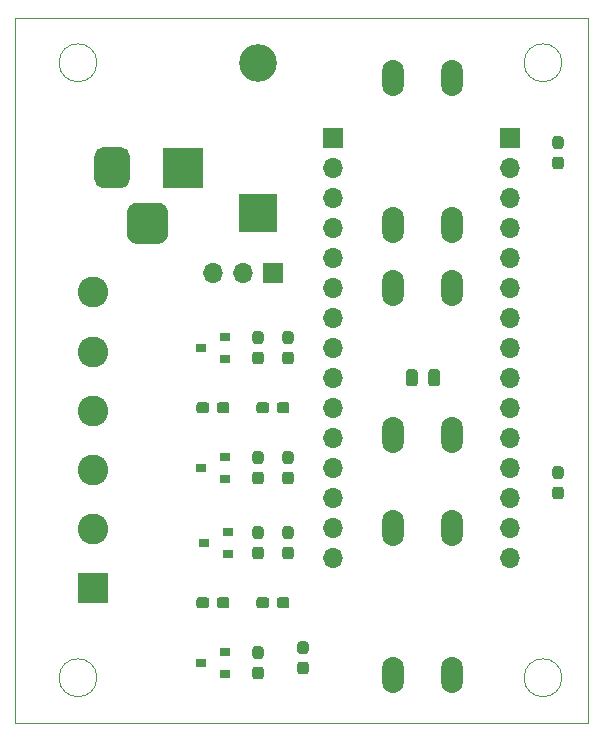
<source format=gbr>
G04 #@! TF.GenerationSoftware,KiCad,Pcbnew,5.1.9-73d0e3b20d~88~ubuntu20.04.1*
G04 #@! TF.CreationDate,2021-01-07T10:05:18+03:00*
G04 #@! TF.ProjectId,RGBschildSOT223,52474273-6368-4696-9c64-534f54323233,rev?*
G04 #@! TF.SameCoordinates,Original*
G04 #@! TF.FileFunction,Soldermask,Top*
G04 #@! TF.FilePolarity,Negative*
%FSLAX46Y46*%
G04 Gerber Fmt 4.6, Leading zero omitted, Abs format (unit mm)*
G04 Created by KiCad (PCBNEW 5.1.9-73d0e3b20d~88~ubuntu20.04.1) date 2021-01-07 10:05:18*
%MOMM*%
%LPD*%
G01*
G04 APERTURE LIST*
G04 #@! TA.AperFunction,Profile*
%ADD10C,0.100000*%
G04 #@! TD*
%ADD11O,3.200000X3.200000*%
%ADD12R,3.200000X3.200000*%
%ADD13O,1.850000X3.048000*%
%ADD14O,1.700000X1.700000*%
%ADD15R,1.700000X1.700000*%
%ADD16R,0.900000X0.800000*%
%ADD17C,2.600000*%
%ADD18R,2.600000X2.600000*%
%ADD19R,3.500000X3.500000*%
G04 APERTURE END LIST*
D10*
X159080000Y-116840000D02*
G75*
G03*
X159080000Y-116840000I-1600000J0D01*
G01*
X119710000Y-116840000D02*
G75*
G03*
X119710000Y-116840000I-1600000J0D01*
G01*
X159080000Y-64770000D02*
G75*
G03*
X159080000Y-64770000I-1600000J0D01*
G01*
X119710000Y-64770000D02*
G75*
G03*
X119710000Y-64770000I-1600000J0D01*
G01*
X112776000Y-60960000D02*
X161290000Y-60960000D01*
X112776000Y-60960000D02*
X112776000Y-120650000D01*
X161290000Y-120650000D02*
X161290000Y-60960000D01*
X112776000Y-120650000D02*
X161290000Y-120650000D01*
G04 #@! TO.C,R14*
G36*
G01*
X158512500Y-100655000D02*
X158987500Y-100655000D01*
G75*
G02*
X159225000Y-100892500I0J-237500D01*
G01*
X159225000Y-101492500D01*
G75*
G02*
X158987500Y-101730000I-237500J0D01*
G01*
X158512500Y-101730000D01*
G75*
G02*
X158275000Y-101492500I0J237500D01*
G01*
X158275000Y-100892500D01*
G75*
G02*
X158512500Y-100655000I237500J0D01*
G01*
G37*
G36*
G01*
X158512500Y-98930000D02*
X158987500Y-98930000D01*
G75*
G02*
X159225000Y-99167500I0J-237500D01*
G01*
X159225000Y-99767500D01*
G75*
G02*
X158987500Y-100005000I-237500J0D01*
G01*
X158512500Y-100005000D01*
G75*
G02*
X158275000Y-99767500I0J237500D01*
G01*
X158275000Y-99167500D01*
G75*
G02*
X158512500Y-98930000I237500J0D01*
G01*
G37*
G04 #@! TD*
G04 #@! TO.C,R13*
G36*
G01*
X158512500Y-72715000D02*
X158987500Y-72715000D01*
G75*
G02*
X159225000Y-72952500I0J-237500D01*
G01*
X159225000Y-73552500D01*
G75*
G02*
X158987500Y-73790000I-237500J0D01*
G01*
X158512500Y-73790000D01*
G75*
G02*
X158275000Y-73552500I0J237500D01*
G01*
X158275000Y-72952500D01*
G75*
G02*
X158512500Y-72715000I237500J0D01*
G01*
G37*
G36*
G01*
X158512500Y-70990000D02*
X158987500Y-70990000D01*
G75*
G02*
X159225000Y-71227500I0J-237500D01*
G01*
X159225000Y-71827500D01*
G75*
G02*
X158987500Y-72065000I-237500J0D01*
G01*
X158512500Y-72065000D01*
G75*
G02*
X158275000Y-71827500I0J237500D01*
G01*
X158275000Y-71227500D01*
G75*
G02*
X158512500Y-70990000I237500J0D01*
G01*
G37*
G04 #@! TD*
G04 #@! TO.C,C1*
G36*
G01*
X146870000Y-90965000D02*
X146870000Y-91915000D01*
G75*
G02*
X146620000Y-92165000I-250000J0D01*
G01*
X146120000Y-92165000D01*
G75*
G02*
X145870000Y-91915000I0J250000D01*
G01*
X145870000Y-90965000D01*
G75*
G02*
X146120000Y-90715000I250000J0D01*
G01*
X146620000Y-90715000D01*
G75*
G02*
X146870000Y-90965000I0J-250000D01*
G01*
G37*
G36*
G01*
X148770000Y-90965000D02*
X148770000Y-91915000D01*
G75*
G02*
X148520000Y-92165000I-250000J0D01*
G01*
X148020000Y-92165000D01*
G75*
G02*
X147770000Y-91915000I0J250000D01*
G01*
X147770000Y-90965000D01*
G75*
G02*
X148020000Y-90715000I250000J0D01*
G01*
X148520000Y-90715000D01*
G75*
G02*
X148770000Y-90965000I0J-250000D01*
G01*
G37*
G04 #@! TD*
D11*
G04 #@! TO.C,D1*
X133350000Y-64770000D03*
D12*
X133350000Y-77470000D03*
G04 #@! TD*
D13*
G04 #@! TO.C,SW3->D6*
X149780000Y-104140000D03*
X144780000Y-104140000D03*
X149780000Y-116640000D03*
X144780000Y-116640000D03*
G04 #@! TD*
D14*
G04 #@! TO.C,P2*
X154686000Y-106680000D03*
X154686000Y-104140000D03*
X154686000Y-101600000D03*
X154686000Y-99060000D03*
X154686000Y-96520000D03*
X154686000Y-93980000D03*
X154686000Y-91440000D03*
X154686000Y-88900000D03*
X154686000Y-86360000D03*
X154686000Y-83820000D03*
X154686000Y-81280000D03*
X154686000Y-78740000D03*
X154686000Y-76200000D03*
X154686000Y-73660000D03*
D15*
X154686000Y-71120000D03*
G04 #@! TD*
D13*
G04 #@! TO.C,SW2->D5*
X149780000Y-83820000D03*
X144780000Y-83820000D03*
X149780000Y-96320000D03*
X144780000Y-96320000D03*
G04 #@! TD*
G04 #@! TO.C,SW1->D4*
X149780000Y-66040000D03*
X144780000Y-66040000D03*
X149780000Y-78540000D03*
X144780000Y-78540000D03*
G04 #@! TD*
G04 #@! TO.C,R12*
G36*
G01*
X134295000Y-110252500D02*
X134295000Y-110727500D01*
G75*
G02*
X134057500Y-110965000I-237500J0D01*
G01*
X133457500Y-110965000D01*
G75*
G02*
X133220000Y-110727500I0J237500D01*
G01*
X133220000Y-110252500D01*
G75*
G02*
X133457500Y-110015000I237500J0D01*
G01*
X134057500Y-110015000D01*
G75*
G02*
X134295000Y-110252500I0J-237500D01*
G01*
G37*
G36*
G01*
X136020000Y-110252500D02*
X136020000Y-110727500D01*
G75*
G02*
X135782500Y-110965000I-237500J0D01*
G01*
X135182500Y-110965000D01*
G75*
G02*
X134945000Y-110727500I0J237500D01*
G01*
X134945000Y-110252500D01*
G75*
G02*
X135182500Y-110015000I237500J0D01*
G01*
X135782500Y-110015000D01*
G75*
G02*
X136020000Y-110252500I0J-237500D01*
G01*
G37*
G04 #@! TD*
G04 #@! TO.C,R11*
G36*
G01*
X134295000Y-93742500D02*
X134295000Y-94217500D01*
G75*
G02*
X134057500Y-94455000I-237500J0D01*
G01*
X133457500Y-94455000D01*
G75*
G02*
X133220000Y-94217500I0J237500D01*
G01*
X133220000Y-93742500D01*
G75*
G02*
X133457500Y-93505000I237500J0D01*
G01*
X134057500Y-93505000D01*
G75*
G02*
X134295000Y-93742500I0J-237500D01*
G01*
G37*
G36*
G01*
X136020000Y-93742500D02*
X136020000Y-94217500D01*
G75*
G02*
X135782500Y-94455000I-237500J0D01*
G01*
X135182500Y-94455000D01*
G75*
G02*
X134945000Y-94217500I0J237500D01*
G01*
X134945000Y-93742500D01*
G75*
G02*
X135182500Y-93505000I237500J0D01*
G01*
X135782500Y-93505000D01*
G75*
G02*
X136020000Y-93742500I0J-237500D01*
G01*
G37*
G04 #@! TD*
G04 #@! TO.C,R10*
G36*
G01*
X133112500Y-115895000D02*
X133587500Y-115895000D01*
G75*
G02*
X133825000Y-116132500I0J-237500D01*
G01*
X133825000Y-116732500D01*
G75*
G02*
X133587500Y-116970000I-237500J0D01*
G01*
X133112500Y-116970000D01*
G75*
G02*
X132875000Y-116732500I0J237500D01*
G01*
X132875000Y-116132500D01*
G75*
G02*
X133112500Y-115895000I237500J0D01*
G01*
G37*
G36*
G01*
X133112500Y-114170000D02*
X133587500Y-114170000D01*
G75*
G02*
X133825000Y-114407500I0J-237500D01*
G01*
X133825000Y-115007500D01*
G75*
G02*
X133587500Y-115245000I-237500J0D01*
G01*
X133112500Y-115245000D01*
G75*
G02*
X132875000Y-115007500I0J237500D01*
G01*
X132875000Y-114407500D01*
G75*
G02*
X133112500Y-114170000I237500J0D01*
G01*
G37*
G04 #@! TD*
G04 #@! TO.C,R9*
G36*
G01*
X133587500Y-98735000D02*
X133112500Y-98735000D01*
G75*
G02*
X132875000Y-98497500I0J237500D01*
G01*
X132875000Y-97897500D01*
G75*
G02*
X133112500Y-97660000I237500J0D01*
G01*
X133587500Y-97660000D01*
G75*
G02*
X133825000Y-97897500I0J-237500D01*
G01*
X133825000Y-98497500D01*
G75*
G02*
X133587500Y-98735000I-237500J0D01*
G01*
G37*
G36*
G01*
X133587500Y-100460000D02*
X133112500Y-100460000D01*
G75*
G02*
X132875000Y-100222500I0J237500D01*
G01*
X132875000Y-99622500D01*
G75*
G02*
X133112500Y-99385000I237500J0D01*
G01*
X133587500Y-99385000D01*
G75*
G02*
X133825000Y-99622500I0J-237500D01*
G01*
X133825000Y-100222500D01*
G75*
G02*
X133587500Y-100460000I-237500J0D01*
G01*
G37*
G04 #@! TD*
G04 #@! TO.C,R8*
G36*
G01*
X136922500Y-115487500D02*
X137397500Y-115487500D01*
G75*
G02*
X137635000Y-115725000I0J-237500D01*
G01*
X137635000Y-116325000D01*
G75*
G02*
X137397500Y-116562500I-237500J0D01*
G01*
X136922500Y-116562500D01*
G75*
G02*
X136685000Y-116325000I0J237500D01*
G01*
X136685000Y-115725000D01*
G75*
G02*
X136922500Y-115487500I237500J0D01*
G01*
G37*
G36*
G01*
X136922500Y-113762500D02*
X137397500Y-113762500D01*
G75*
G02*
X137635000Y-114000000I0J-237500D01*
G01*
X137635000Y-114600000D01*
G75*
G02*
X137397500Y-114837500I-237500J0D01*
G01*
X136922500Y-114837500D01*
G75*
G02*
X136685000Y-114600000I0J237500D01*
G01*
X136685000Y-114000000D01*
G75*
G02*
X136922500Y-113762500I237500J0D01*
G01*
G37*
G04 #@! TD*
G04 #@! TO.C,R7*
G36*
G01*
X136127500Y-98735000D02*
X135652500Y-98735000D01*
G75*
G02*
X135415000Y-98497500I0J237500D01*
G01*
X135415000Y-97897500D01*
G75*
G02*
X135652500Y-97660000I237500J0D01*
G01*
X136127500Y-97660000D01*
G75*
G02*
X136365000Y-97897500I0J-237500D01*
G01*
X136365000Y-98497500D01*
G75*
G02*
X136127500Y-98735000I-237500J0D01*
G01*
G37*
G36*
G01*
X136127500Y-100460000D02*
X135652500Y-100460000D01*
G75*
G02*
X135415000Y-100222500I0J237500D01*
G01*
X135415000Y-99622500D01*
G75*
G02*
X135652500Y-99385000I237500J0D01*
G01*
X136127500Y-99385000D01*
G75*
G02*
X136365000Y-99622500I0J-237500D01*
G01*
X136365000Y-100222500D01*
G75*
G02*
X136127500Y-100460000I-237500J0D01*
G01*
G37*
G04 #@! TD*
G04 #@! TO.C,R6*
G36*
G01*
X129865000Y-110727500D02*
X129865000Y-110252500D01*
G75*
G02*
X130102500Y-110015000I237500J0D01*
G01*
X130702500Y-110015000D01*
G75*
G02*
X130940000Y-110252500I0J-237500D01*
G01*
X130940000Y-110727500D01*
G75*
G02*
X130702500Y-110965000I-237500J0D01*
G01*
X130102500Y-110965000D01*
G75*
G02*
X129865000Y-110727500I0J237500D01*
G01*
G37*
G36*
G01*
X128140000Y-110727500D02*
X128140000Y-110252500D01*
G75*
G02*
X128377500Y-110015000I237500J0D01*
G01*
X128977500Y-110015000D01*
G75*
G02*
X129215000Y-110252500I0J-237500D01*
G01*
X129215000Y-110727500D01*
G75*
G02*
X128977500Y-110965000I-237500J0D01*
G01*
X128377500Y-110965000D01*
G75*
G02*
X128140000Y-110727500I0J237500D01*
G01*
G37*
G04 #@! TD*
G04 #@! TO.C,R5*
G36*
G01*
X129865000Y-94217500D02*
X129865000Y-93742500D01*
G75*
G02*
X130102500Y-93505000I237500J0D01*
G01*
X130702500Y-93505000D01*
G75*
G02*
X130940000Y-93742500I0J-237500D01*
G01*
X130940000Y-94217500D01*
G75*
G02*
X130702500Y-94455000I-237500J0D01*
G01*
X130102500Y-94455000D01*
G75*
G02*
X129865000Y-94217500I0J237500D01*
G01*
G37*
G36*
G01*
X128140000Y-94217500D02*
X128140000Y-93742500D01*
G75*
G02*
X128377500Y-93505000I237500J0D01*
G01*
X128977500Y-93505000D01*
G75*
G02*
X129215000Y-93742500I0J-237500D01*
G01*
X129215000Y-94217500D01*
G75*
G02*
X128977500Y-94455000I-237500J0D01*
G01*
X128377500Y-94455000D01*
G75*
G02*
X128140000Y-94217500I0J237500D01*
G01*
G37*
G04 #@! TD*
G04 #@! TO.C,R4*
G36*
G01*
X133112500Y-105735000D02*
X133587500Y-105735000D01*
G75*
G02*
X133825000Y-105972500I0J-237500D01*
G01*
X133825000Y-106572500D01*
G75*
G02*
X133587500Y-106810000I-237500J0D01*
G01*
X133112500Y-106810000D01*
G75*
G02*
X132875000Y-106572500I0J237500D01*
G01*
X132875000Y-105972500D01*
G75*
G02*
X133112500Y-105735000I237500J0D01*
G01*
G37*
G36*
G01*
X133112500Y-104010000D02*
X133587500Y-104010000D01*
G75*
G02*
X133825000Y-104247500I0J-237500D01*
G01*
X133825000Y-104847500D01*
G75*
G02*
X133587500Y-105085000I-237500J0D01*
G01*
X133112500Y-105085000D01*
G75*
G02*
X132875000Y-104847500I0J237500D01*
G01*
X132875000Y-104247500D01*
G75*
G02*
X133112500Y-104010000I237500J0D01*
G01*
G37*
G04 #@! TD*
G04 #@! TO.C,R3*
G36*
G01*
X133587500Y-88575000D02*
X133112500Y-88575000D01*
G75*
G02*
X132875000Y-88337500I0J237500D01*
G01*
X132875000Y-87737500D01*
G75*
G02*
X133112500Y-87500000I237500J0D01*
G01*
X133587500Y-87500000D01*
G75*
G02*
X133825000Y-87737500I0J-237500D01*
G01*
X133825000Y-88337500D01*
G75*
G02*
X133587500Y-88575000I-237500J0D01*
G01*
G37*
G36*
G01*
X133587500Y-90300000D02*
X133112500Y-90300000D01*
G75*
G02*
X132875000Y-90062500I0J237500D01*
G01*
X132875000Y-89462500D01*
G75*
G02*
X133112500Y-89225000I237500J0D01*
G01*
X133587500Y-89225000D01*
G75*
G02*
X133825000Y-89462500I0J-237500D01*
G01*
X133825000Y-90062500D01*
G75*
G02*
X133587500Y-90300000I-237500J0D01*
G01*
G37*
G04 #@! TD*
G04 #@! TO.C,R2*
G36*
G01*
X135652500Y-105735000D02*
X136127500Y-105735000D01*
G75*
G02*
X136365000Y-105972500I0J-237500D01*
G01*
X136365000Y-106572500D01*
G75*
G02*
X136127500Y-106810000I-237500J0D01*
G01*
X135652500Y-106810000D01*
G75*
G02*
X135415000Y-106572500I0J237500D01*
G01*
X135415000Y-105972500D01*
G75*
G02*
X135652500Y-105735000I237500J0D01*
G01*
G37*
G36*
G01*
X135652500Y-104010000D02*
X136127500Y-104010000D01*
G75*
G02*
X136365000Y-104247500I0J-237500D01*
G01*
X136365000Y-104847500D01*
G75*
G02*
X136127500Y-105085000I-237500J0D01*
G01*
X135652500Y-105085000D01*
G75*
G02*
X135415000Y-104847500I0J237500D01*
G01*
X135415000Y-104247500D01*
G75*
G02*
X135652500Y-104010000I237500J0D01*
G01*
G37*
G04 #@! TD*
G04 #@! TO.C,R1*
G36*
G01*
X135652500Y-89225000D02*
X136127500Y-89225000D01*
G75*
G02*
X136365000Y-89462500I0J-237500D01*
G01*
X136365000Y-90062500D01*
G75*
G02*
X136127500Y-90300000I-237500J0D01*
G01*
X135652500Y-90300000D01*
G75*
G02*
X135415000Y-90062500I0J237500D01*
G01*
X135415000Y-89462500D01*
G75*
G02*
X135652500Y-89225000I237500J0D01*
G01*
G37*
G36*
G01*
X135652500Y-87500000D02*
X136127500Y-87500000D01*
G75*
G02*
X136365000Y-87737500I0J-237500D01*
G01*
X136365000Y-88337500D01*
G75*
G02*
X136127500Y-88575000I-237500J0D01*
G01*
X135652500Y-88575000D01*
G75*
G02*
X135415000Y-88337500I0J237500D01*
G01*
X135415000Y-87737500D01*
G75*
G02*
X135652500Y-87500000I237500J0D01*
G01*
G37*
G04 #@! TD*
D16*
G04 #@! TO.C,Q4*
X128540000Y-115570000D03*
X130540000Y-114620000D03*
X130540000Y-116520000D03*
G04 #@! TD*
G04 #@! TO.C,Q3*
X128540000Y-99060000D03*
X130540000Y-98110000D03*
X130540000Y-100010000D03*
G04 #@! TD*
G04 #@! TO.C,Q2*
X128810000Y-105410000D03*
X130810000Y-104460000D03*
X130810000Y-106360000D03*
G04 #@! TD*
G04 #@! TO.C,Q1*
X128540000Y-88900000D03*
X130540000Y-87950000D03*
X130540000Y-89850000D03*
G04 #@! TD*
D14*
G04 #@! TO.C,P1*
X139700000Y-106680000D03*
X139700000Y-104140000D03*
X139700000Y-101600000D03*
X139700000Y-99060000D03*
X139700000Y-96520000D03*
X139700000Y-93980000D03*
X139700000Y-91440000D03*
X139700000Y-88900000D03*
X139700000Y-86360000D03*
X139700000Y-83820000D03*
X139700000Y-81280000D03*
X139700000Y-78740000D03*
X139700000Y-76200000D03*
X139700000Y-73660000D03*
D15*
X139700000Y-71120000D03*
G04 #@! TD*
D17*
G04 #@! TO.C,J3*
X119380000Y-84220000D03*
X119380000Y-89220000D03*
X119380000Y-94220000D03*
X119380000Y-99220000D03*
X119380000Y-104220000D03*
D18*
X119380000Y-109220000D03*
G04 #@! TD*
G04 #@! TO.C,J2*
G36*
G01*
X122250000Y-79235000D02*
X122250000Y-77485000D01*
G75*
G02*
X123125000Y-76610000I875000J0D01*
G01*
X124875000Y-76610000D01*
G75*
G02*
X125750000Y-77485000I0J-875000D01*
G01*
X125750000Y-79235000D01*
G75*
G02*
X124875000Y-80110000I-875000J0D01*
G01*
X123125000Y-80110000D01*
G75*
G02*
X122250000Y-79235000I0J875000D01*
G01*
G37*
G36*
G01*
X119500000Y-74660000D02*
X119500000Y-72660000D01*
G75*
G02*
X120250000Y-71910000I750000J0D01*
G01*
X121750000Y-71910000D01*
G75*
G02*
X122500000Y-72660000I0J-750000D01*
G01*
X122500000Y-74660000D01*
G75*
G02*
X121750000Y-75410000I-750000J0D01*
G01*
X120250000Y-75410000D01*
G75*
G02*
X119500000Y-74660000I0J750000D01*
G01*
G37*
D19*
X127000000Y-73660000D03*
G04 #@! TD*
D14*
G04 #@! TO.C,J1*
X129540000Y-82550000D03*
X132080000Y-82550000D03*
D15*
X134620000Y-82550000D03*
G04 #@! TD*
M02*

</source>
